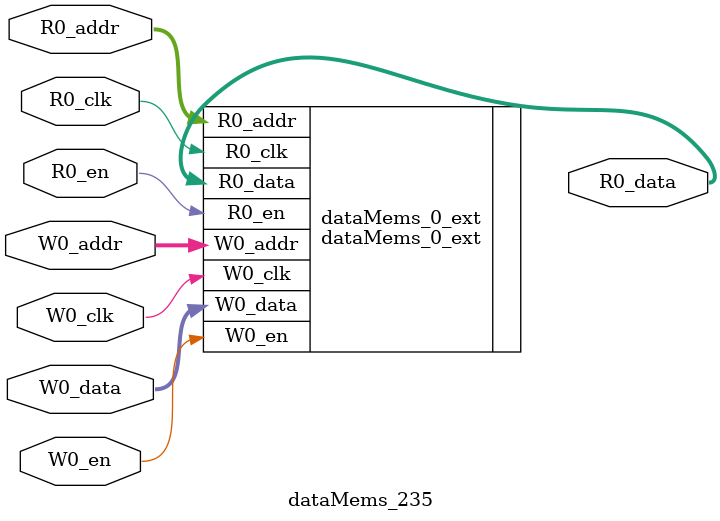
<source format=sv>
`ifndef RANDOMIZE
  `ifdef RANDOMIZE_REG_INIT
    `define RANDOMIZE
  `endif // RANDOMIZE_REG_INIT
`endif // not def RANDOMIZE
`ifndef RANDOMIZE
  `ifdef RANDOMIZE_MEM_INIT
    `define RANDOMIZE
  `endif // RANDOMIZE_MEM_INIT
`endif // not def RANDOMIZE

`ifndef RANDOM
  `define RANDOM $random
`endif // not def RANDOM

// Users can define 'PRINTF_COND' to add an extra gate to prints.
`ifndef PRINTF_COND_
  `ifdef PRINTF_COND
    `define PRINTF_COND_ (`PRINTF_COND)
  `else  // PRINTF_COND
    `define PRINTF_COND_ 1
  `endif // PRINTF_COND
`endif // not def PRINTF_COND_

// Users can define 'ASSERT_VERBOSE_COND' to add an extra gate to assert error printing.
`ifndef ASSERT_VERBOSE_COND_
  `ifdef ASSERT_VERBOSE_COND
    `define ASSERT_VERBOSE_COND_ (`ASSERT_VERBOSE_COND)
  `else  // ASSERT_VERBOSE_COND
    `define ASSERT_VERBOSE_COND_ 1
  `endif // ASSERT_VERBOSE_COND
`endif // not def ASSERT_VERBOSE_COND_

// Users can define 'STOP_COND' to add an extra gate to stop conditions.
`ifndef STOP_COND_
  `ifdef STOP_COND
    `define STOP_COND_ (`STOP_COND)
  `else  // STOP_COND
    `define STOP_COND_ 1
  `endif // STOP_COND
`endif // not def STOP_COND_

// Users can define INIT_RANDOM as general code that gets injected into the
// initializer block for modules with registers.
`ifndef INIT_RANDOM
  `define INIT_RANDOM
`endif // not def INIT_RANDOM

// If using random initialization, you can also define RANDOMIZE_DELAY to
// customize the delay used, otherwise 0.002 is used.
`ifndef RANDOMIZE_DELAY
  `define RANDOMIZE_DELAY 0.002
`endif // not def RANDOMIZE_DELAY

// Define INIT_RANDOM_PROLOG_ for use in our modules below.
`ifndef INIT_RANDOM_PROLOG_
  `ifdef RANDOMIZE
    `ifdef VERILATOR
      `define INIT_RANDOM_PROLOG_ `INIT_RANDOM
    `else  // VERILATOR
      `define INIT_RANDOM_PROLOG_ `INIT_RANDOM #`RANDOMIZE_DELAY begin end
    `endif // VERILATOR
  `else  // RANDOMIZE
    `define INIT_RANDOM_PROLOG_
  `endif // RANDOMIZE
`endif // not def INIT_RANDOM_PROLOG_

// Include register initializers in init blocks unless synthesis is set
`ifndef SYNTHESIS
  `ifndef ENABLE_INITIAL_REG_
    `define ENABLE_INITIAL_REG_
  `endif // not def ENABLE_INITIAL_REG_
`endif // not def SYNTHESIS

// Include rmemory initializers in init blocks unless synthesis is set
`ifndef SYNTHESIS
  `ifndef ENABLE_INITIAL_MEM_
    `define ENABLE_INITIAL_MEM_
  `endif // not def ENABLE_INITIAL_MEM_
`endif // not def SYNTHESIS

module dataMems_235(	// @[generators/ara/src/main/scala/UnsafeAXI4ToTL.scala:365:62]
  input  [4:0]   R0_addr,
  input          R0_en,
  input          R0_clk,
  output [130:0] R0_data,
  input  [4:0]   W0_addr,
  input          W0_en,
  input          W0_clk,
  input  [130:0] W0_data
);

  dataMems_0_ext dataMems_0_ext (	// @[generators/ara/src/main/scala/UnsafeAXI4ToTL.scala:365:62]
    .R0_addr (R0_addr),
    .R0_en   (R0_en),
    .R0_clk  (R0_clk),
    .R0_data (R0_data),
    .W0_addr (W0_addr),
    .W0_en   (W0_en),
    .W0_clk  (W0_clk),
    .W0_data (W0_data)
  );
endmodule


</source>
